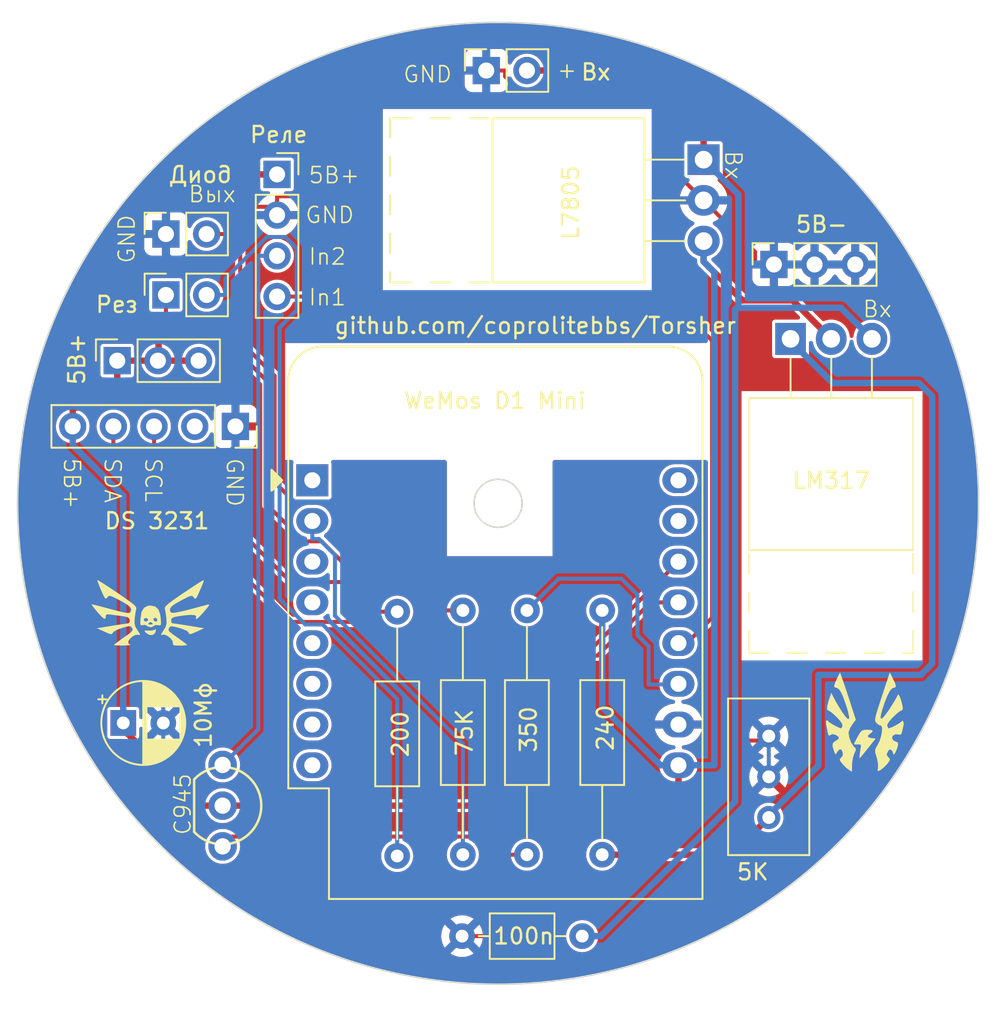
<source format=kicad_pcb>
(kicad_pcb (version 20221018) (generator pcbnew)
  (layers (0 "F.Cu" signal) (31 "B.Cu" signal) (34 "B.Paste" user) (35 "F.Paste" user) (36 "B.SilkS" user "B.Silkscreen") (37 "F.SilkS" user "F.Silkscreen") (38 "B.Mask" user) (39 "F.Mask" user) (44 "Edge.Cuts" user))
  (net 0 "")
  (net 2 "Net-(U1-A0)")
  (net 9 "5V")
  (net 10 "GND")
  (net 11 "D4")
  (net 12 "relay_in1")
  (net 13 "sda")
  (net 14 "scl")
  (net 17 "5Vin")
  (net 18 "sdi")
  (net 19 "relay_in2")
  (net 20 "Net-(J5-Pin_1)")
  (net 21 "Net-(J5-Pin_2)")
  (net 23 "Net-(Q1-Pad1)")
  (net 24 "Net-(U3-ADJ)")
  (footprint "Module:WEMOS_D1_mini_light" (layer "F.Cu") (at 111.1 100.96)
    (fp_text reference "U1" hide)
    (fp_text value "WeMos D1 Mini" (at 11.4 -4.96) (layer "F.SilkS"))
    (pad "1" thru_hole rect (at 0 0) (size 2 2) (drill 1) (layers "*.Cu" "*.Mask"))
    (pad "2" thru_hole oval (at 0 2.54) (size 2 1.6) (drill 1) (layers "*.Cu" "*.Mask") (net 2 "Net-(U1-A0)"))
    (pad "3" thru_hole oval (at 0 5.08) (size 2 1.6) (drill 1) (layers "*.Cu" "*.Mask"))
    (pad "4" thru_hole oval (at 0 7.62) (size 2 1.6) (drill 1) (layers "*.Cu" "*.Mask"))
    (pad "5" thru_hole oval (at 0 10.16) (size 2 1.6) (drill 1) (layers "*.Cu" "*.Mask"))
    (pad "6" thru_hole oval (at 0 12.7) (size 2 1.6) (drill 1) (layers "*.Cu" "*.Mask"))
    (pad "7" thru_hole oval (at 0 15.24) (size 2 1.6) (drill 1) (layers "*.Cu" "*.Mask"))
    (pad "8" thru_hole oval (at 0 17.78) (size 2 1.6) (drill 1) (layers "*.Cu" "*.Mask"))
    (pad "9" thru_hole oval (at 22.86 17.78) (size 2 1.6) (drill 1) (layers "*.Cu" "*.Mask") (net 9 "5V"))
    (pad "10" thru_hole oval (at 22.86 15.24) (size 2 1.6) (drill 1) (layers "*.Cu" "*.Mask") (net 10 "GND"))
    (pad "11" thru_hole oval (at 22.86 12.7) (size 2 1.6) (drill 1) (layers "*.Cu" "*.Mask") (net 11 "D4"))
    (pad "12" thru_hole oval (at 22.86 10.16) (size 2 1.6) (drill 1) (layers "*.Cu" "*.Mask") (net 12 "relay_in1"))
    (pad "13" thru_hole oval (at 22.86 7.62) (size 2 1.6) (drill 1) (layers "*.Cu" "*.Mask") (net 13 "sda"))
    (pad "14" thru_hole oval (at 22.86 5.08) (size 2 1.6) (drill 1) (layers "*.Cu" "*.Mask") (net 14 "scl"))
    (pad "15" thru_hole oval (at 22.86 2.54) (size 2 1.6) (drill 1) (layers "*.Cu" "*.Mask"))
    (pad "16" thru_hole oval (at 22.86 0) (size 2 1.6) (drill 1) (layers "*.Cu" "*.Mask"))
  )
  (footprint "Connector_PinSocket_2.54mm:PinSocket_1x04_P2.54mm_Vertical" (layer "F.Cu") (at 108.9 81.88)
    (fp_text reference "J4" hide)
    (fp_text value "Реле" (at 0.1 -2.48) (layer "F.SilkS"))
    (fp_text user "In1" (at 1.905 8.255 unlocked) (layer "F.SilkS") (effects (font (thickness 0.1)) (justify left bottom)))
    (fp_text user "5B+" (at 1.905 0.635 unlocked) (layer "F.SilkS") (effects (font (thickness 0.1)) (justify left bottom)))
    (fp_text user "GND" (at 1.7 3.12 unlocked) (layer "F.SilkS") (effects (font (thickness 0.1)) (justify left bottom)))
    (fp_text user "In2" (at 1.905 5.715 unlocked) (layer "F.SilkS") (effects (font (thickness 0.1)) (justify left bottom)))
    (pad "1" thru_hole rect (at 0 0) (size 1.7 1.7) (drill 1) (layers "*.Cu" "*.Mask") (net 9 "5V"))
    (pad "2" thru_hole oval (at 0 2.54) (size 1.7 1.7) (drill 1) (layers "*.Cu" "*.Mask") (net 10 "GND"))
    (pad "3" thru_hole oval (at 0 5.08) (size 1.7 1.7) (drill 1) (layers "*.Cu" "*.Mask") (net 19 "relay_in2"))
    (pad "4" thru_hole oval (at 0 7.62) (size 1.7 1.7) (drill 1) (layers "*.Cu" "*.Mask") (net 12 "relay_in1"))
  )
  (footprint "LOGO" (layer "F.Cu") (at 145.6 116.1)
    (fp_text reference "Strogg engineer logo" hide)
    (fp_text value "LOGO" hide)
  )
  (footprint "Package_TO_SOT_THT:TO-220-3_Horizontal_TabUp" (layer "F.Cu") (at 140.96 92.14)
    (fp_text reference "U3" hide)
    (fp_text value "LM317" (at 2.54 8.83) (layer "F.SilkS"))
    (fp_text user "Bx" (at 4.445 -1.27 unlocked) (layer "F.SilkS") (effects (font (thickness 0.1)) (justify left bottom)))
    (pad "" np_thru_hole oval (at 2.54 16.66) (size 3.5 3.5) (drill 3.5) (layers "*.Cu" "*.Mask"))
    (pad "1" thru_hole rect (at 0 0) (size 1.905 2) (drill 1.1) (layers "*.Cu" "*.Mask") (net 24 "Net-(U3-ADJ)"))
    (pad "2" thru_hole oval (at 2.54 0) (size 1.905 2) (drill 1.1) (layers "*.Cu" "*.Mask") (net 9 "5V"))
    (pad "3" thru_hole oval (at 5.08 0) (size 1.905 2) (drill 1.1) (layers "*.Cu" "*.Mask") (net 17 "5Vin"))
  )
  (footprint "Resistor_THT:R_Axial_DIN0207_L6.3mm_D2.5mm_P15.24mm_Horizontal" (layer "F.Cu") (at 124.5 109.08 -90)
    (fp_text reference "R1" hide)
    (fp_text value "350" (at 7.42 -0.1 90) (layer "F.SilkS"))
    (pad "1" thru_hole circle (at 0 0 270) (size 1.6 1.6) (drill 0.8) (layers "*.Cu" "*.Mask") (net 11 "D4"))
    (pad "2" thru_hole oval (at 15.24 0 270) (size 1.6 1.6) (drill 0.8) (layers "*.Cu" "*.Mask") (net 23 "Net-(Q1-Pad1)"))
  )
  (footprint "Resistor_THT:R_Axial_DIN0207_L6.3mm_D2.5mm_P15.24mm_Horizontal" (layer "F.Cu") (at 116.4 124.4 90)
    (fp_text reference "R3" hide)
    (fp_text value "200" (at 7.6 0.2 90) (layer "F.SilkS"))
    (pad "1" thru_hole circle (at 0 0 90) (size 1.6 1.6) (drill 0.8) (layers "*.Cu" "*.Mask") (net 21 "Net-(J5-Pin_2)"))
    (pad "2" thru_hole oval (at 15.24 0 90) (size 1.6 1.6) (drill 0.8) (layers "*.Cu" "*.Mask") (net 20 "Net-(J5-Pin_1)"))
  )
  (footprint "Connector_PinSocket_2.54mm:PinSocket_1x03_P2.54mm_Vertical" (layer "F.Cu") (at 98.92 93.5 90)
    (fp_text reference "J2" hide)
    (fp_text value "5B+" (at 0.1 -2.52 90) (layer "F.SilkS"))
    (pad "1" thru_hole rect (at 0 0 90) (size 1.7 1.7) (drill 1) (layers "*.Cu" "*.Mask") (net 9 "5V"))
    (pad "2" thru_hole oval (at 0 2.54 90) (size 1.7 1.7) (drill 1) (layers "*.Cu" "*.Mask") (net 9 "5V"))
    (pad "3" thru_hole oval (at 0 5.08 90) (size 1.7 1.7) (drill 1) (layers "*.Cu" "*.Mask") (net 9 "5V"))
  )
  (footprint "Potentiometer_THT:Potentiometer_Bourns_3296W_Vertical" (layer "F.Cu") (at 139.6 122 -90)
    (fp_text reference "RV1" hide)
    (fp_text value "5K" (at 3.4 1) (layer "F.SilkS"))
    (pad "1" thru_hole circle (at 0 0 270) (size 1.44 1.44) (drill 0.8) (layers "*.Cu" "*.Mask") (net 24 "Net-(U3-ADJ)"))
    (pad "2" thru_hole circle (at -2.54 0 270) (size 1.44 1.44) (drill 0.8) (layers "*.Cu" "*.Mask") (net 10 "GND"))
    (pad "3" thru_hole circle (at -5.08 0 270) (size 1.44 1.44) (drill 0.8) (layers "*.Cu" "*.Mask") (net 10 "GND"))
  )
  (footprint "Resistor_THT:R_Axial_DIN0207_L6.3mm_D2.5mm_P15.24mm_Horizontal" (layer "F.Cu") (at 120.5 124.32 90)
    (fp_text reference "R2" hide)
    (fp_text value "75K" (at 7.62 0.1 90) (layer "F.SilkS"))
    (pad "1" thru_hole circle (at 0 0 90) (size 1.6 1.6) (drill 0.8) (layers "*.Cu" "*.Mask") (net 2 "Net-(U1-A0)"))
    (pad "2" thru_hole oval (at 15.24 0 90) (size 1.6 1.6) (drill 0.8) (layers "*.Cu" "*.Mask") (net 18 "sdi"))
  )
  (footprint "Capacitor_THT:C_Axial_L3.8mm_D2.6mm_P7.50mm_Horizontal" (layer "F.Cu") (at 120.45 129.4)
    (fp_text reference "C1" hide)
    (fp_text value "100n" (at 3.85 0) (layer "F.SilkS"))
    (pad "1" thru_hole circle (at 0 0) (size 1.6 1.6) (drill 0.8) (layers "*.Cu" "*.Mask") (net 10 "GND"))
    (pad "2" thru_hole oval (at 7.5 0) (size 1.6 1.6) (drill 0.8) (layers "*.Cu" "*.Mask") (net 17 "5Vin"))
  )
  (footprint "Connector_PinSocket_2.54mm:PinSocket_1x05_P2.54mm_Vertical" (layer "F.Cu") (at 106.3 97.6 -90)
    (fp_text reference "J6" hide)
    (fp_text value "DS 3231" (at 5.9 4.9 -180) (layer "F.SilkS"))
    (fp_text user "SCL" (at 1.905 5.715 -90 unlocked) (layer "F.SilkS") (effects (font (thickness 0.1)) (justify left bottom)))
    (fp_text user "5B+" (at 1.905 10.795 -90 unlocked) (layer "F.SilkS") (effects (font (thickness 0.1)) (justify left bottom)))
    (fp_text user "GND" (at 1.905 0.635 -90 unlocked) (layer "F.SilkS") (effects (font (thickness 0.1)) (justify left bottom)))
    (fp_text user "SDA" (at 1.905 8.255 -90 unlocked) (layer "F.SilkS") (effects (font (thickness 0.1)) (justify left bottom)))
    (pad "1" thru_hole rect (at 0 0 270) (size 1.7 1.7) (drill 1) (layers "*.Cu" "*.Mask") (net 10 "GND"))
    (pad "2" thru_hole oval (at 0 2.54 270) (size 1.7 1.7) (drill 1) (layers "*.Cu" "*.Mask"))
    (pad "3" thru_hole oval (at 0 5.08 270) (size 1.7 1.7) (drill 1) (layers "*.Cu" "*.Mask") (net 14 "scl"))
    (pad "4" thru_hole oval (at 0 7.62 270) (size 1.7 1.7) (drill 1) (layers "*.Cu" "*.Mask") (net 13 "sda"))
    (pad "5" thru_hole oval (at 0 10.16 270) (size 1.7 1.7) (drill 1) (layers "*.Cu" "*.Mask") (net 9 "5V"))
  )
  (footprint "Connector_PinSocket_2.54mm:PinSocket_1x02_P2.54mm_Vertical" (layer "F.Cu") (at 101.96 89.4 90)
    (fp_text reference "J5" hide)
    (fp_text value "Рез" (at -0.6 -3.06 180) (layer "F.SilkS"))
    (pad "1" thru_hole rect (at 0 0 90) (size 1.7 1.7) (drill 1) (layers "*.Cu" "*.Mask") (net 20 "Net-(J5-Pin_1)"))
    (pad "2" thru_hole oval (at 0 2.54 90) (size 1.7 1.7) (drill 1) (layers "*.Cu" "*.Mask") (net 21 "Net-(J5-Pin_2)"))
  )
  (footprint "Connector_PinSocket_2.54mm:PinSocket_1x02_P2.54mm_Vertical" (layer "F.Cu") (at 121.96 75.4 90)
    (fp_text reference "J1" hide)
    (fp_text value "Bx" (at -0.1 6.84 180) (layer "F.SilkS"))
    (fp_text user "GND" (at -0.825 -5.25 unlocked) (layer "F.SilkS") (effects (font (thickness 0.1)) (justify left bottom)))
    (fp_text user "+" (at -0.725 5.55 90 unlocked) (layer "F.SilkS") (effects (font (thickness 0.1)) (justify left bottom)))
    (pad "1" thru_hole rect (at 0 0 90) (size 1.7 1.7) (drill 1) (layers "*.Cu" "*.Mask") (net 10 "GND"))
    (pad "2" thru_hole oval (at 0 2.54 90) (size 1.7 1.7) (drill 1) (layers "*.Cu" "*.Mask") (net 17 "5Vin"))
  )
  (footprint "Resistor_THT:R_Axial_DIN0207_L6.3mm_D2.5mm_P15.24mm_Horizontal" (layer "F.Cu") (at 129.2 124.32 90)
    (fp_text reference "R4" hide)
    (fp_text value "240" (at 7.92 0.2 90) (layer "F.SilkS"))
    (pad "1" thru_hole circle (at 0 0 90) (size 1.6 1.6) (drill 0.8) (layers "*.Cu" "*.Mask") (net 24 "Net-(U3-ADJ)"))
    (pad "2" thru_hole oval (at 15.24 0 90) (size 1.6 1.6) (drill 0.8) (layers "*.Cu" "*.Mask") (net 9 "5V"))
  )
  (footprint "to92:TO92" (layer "F.Cu") (at 105.5 121.26 90)
    (fp_text reference "Q1" hide)
    (fp_text value "C945" hide)
    (fp_text user "C945" (at -1.905 -1.905 90 unlocked) (layer "F.SilkS") (effects (font (thickness 0.1)) (justify left bottom)))
    (pad "1" thru_hole circle (at -2.54 0 90) (size 1.778 1.778) (drill 1.016) (layers "*.Cu" "*.Mask") (net 23 "Net-(Q1-Pad1)"))
    (pad "2" thru_hole circle (at 0 0 90) (size 1.778 1.778) (drill 1.016) (layers "*.Cu" "*.Mask") (net 9 "5V"))
    (pad "3" thru_hole circle (at 2.54 0 90) (size 1.778 1.778) (drill 1.016) (layers "*.Cu" "*.Mask") (net 19 "relay_in2"))
  )
  (footprint "Capacitor_THT:CP_Radial_D5.0mm_P2.50mm" (layer "F.Cu") (at 99.2949 116.1)
    (fp_text reference "C2" hide)
    (fp_text value "10Mф" (at 5.0051 -0.5 90) (layer "F.SilkS"))
    (pad "1" thru_hole rect (at 0 0) (size 1.6 1.6) (drill 0.8) (layers "*.Cu" "*.Mask") (net 9 "5V"))
    (pad "2" thru_hole circle (at 2.5 0) (size 1.6 1.6) (drill 0.8) (layers "*.Cu" "*.Mask") (net 10 "GND"))
  )
  (footprint "LOGO" (layer "F.Cu") (at 101 109.2)
    (fp_text reference "Strogg logo" hide)
    (fp_text value "LOGO" hide)
  )
  (footprint "Connector_PinSocket_2.54mm:PinSocket_1x03_P2.54mm_Vertical" (layer "F.Cu") (at 139.92 87.5 90)
    (fp_text reference "J7" hide)
    (fp_text value "5B-" (at 2.5 2.98 180) (layer "F.SilkS"))
    (pad "1" thru_hole rect (at 0 0 90) (size 1.7 1.7) (drill 1) (layers "*.Cu" "*.Mask") (net 10 "GND"))
    (pad "2" thru_hole oval (at 0 2.54 90) (size 1.7 1.7) (drill 1) (layers "*.Cu" "*.Mask") (net 10 "GND"))
    (pad "3" thru_hole oval (at 0 5.08 90) (size 1.7 1.7) (drill 1) (layers "*.Cu" "*.Mask") (net 10 "GND"))
  )
  (footprint "Package_TO_SOT_THT:TO-220-3_Horizontal_TabUp" (layer "F.Cu") (at 135.53 80.96 -90)
    (fp_text reference "U2" hide)
    (fp_text value "L7805" (at 2.68 8.3 90) (layer "F.SilkS"))
    (fp_text user "Bx" (at -0.635 -1.27 -90 unlocked) (layer "F.SilkS") (effects (font (thickness 0.1)) (justify left bottom)))
    (pad "" np_thru_hole oval (at 2.54 16.66 270) (size 3.5 3.5) (drill 3.5) (layers "*.Cu" "*.Mask"))
    (pad "1" thru_hole rect (at 0 0 270) (size 1.905 2) (drill 1.1) (layers "*.Cu" "*.Mask") (net 17 "5Vin"))
    (pad "2" thru_hole oval (at 2.54 0 270) (size 1.905 2) (drill 1.1) (layers "*.Cu" "*.Mask") (net 10 "GND"))
    (pad "3" thru_hole oval (at 5.08 0 270) (size 1.905 2) (drill 1.1) (layers "*.Cu" "*.Mask") (net 9 "5V"))
  )
  (footprint "Connector_PinSocket_2.54mm:PinSocket_1x02_P2.54mm_Vertical" (layer "F.Cu") (at 101.96 85.6 90)
    (fp_text reference "J3" hide)
    (fp_text value "Диод" (at 3.7 2.14 180) (layer "F.SilkS"))
    (fp_text user "Вых" (at 1.9 1.34 unlocked) (layer "F.SilkS") (effects (font (thickness 0.1)) (justify left bottom)))
    (fp_text user "GND" (at -1.9 -1.86 90 unlocked) (layer "F.SilkS") (effects (font (thickness 0.1)) (justify left bottom)))
    (pad "1" thru_hole rect (at 0 0 90) (size 1.7 1.7) (drill 1) (layers "*.Cu" "*.Mask") (net 10 "GND"))
    (pad "2" thru_hole oval (at 0 2.54 90) (size 1.7 1.7) (drill 1) (layers "*.Cu" "*.Mask") (net 18 "sdi"))
  )
  (gr_circle (center 122.7 102.4) (end 152.7 102.4) (stroke (width 0.1)) (fill none) (layer "Edge.Cuts"))
  (gr_circle (center 122.7 102.4) (end 124.2 102.4) (stroke (width 0.1)) (fill none) (layer "Edge.Cuts"))
  (gr_text "github.com/coprolitebbs/Torsher" (at 112.4 91.9) (layer "F.SilkS") (effects (font (size 1 1)) (justify left bottom)))
  (segment (start 112.5148 105.6235) (end 111.5164 104.6251) (width 0.25) (layer "B.Cu") (net 2))
  (segment (start 112.5148 109.4098) (end 112.5148 105.6235) (width 0.25) (layer "B.Cu") (net 2))
  (segment (start 111.5164 104.6251) (end 111.1 104.6251) (width 0.25) (layer "B.Cu") (net 2))
  (segment (start 120.5 117.395) (end 112.5148 109.4098) (width 0.25) (layer "B.Cu") (net 2))
  (segment (start 120.5 124.32) (end 120.5 117.395) (width 0.25) (layer "B.Cu") (net 2))
  (segment (start 111.1 103.5) (end 111.1 104.6251) (width 0.25) (layer "B.Cu") (net 2))
  (segment (start 101.46 93.5) (end 101.5 93.46) (width 0.4) (layer "F.Cu") (net 9))
  (segment (start 100.3 84.2) (end 102.62 81.88) (width 0.4) (layer "F.Cu") (net 9))
  (segment (start 104.06 121.26) (end 105.2387 121.26) (width 0.4) (layer "F.Cu") (net 9))
  (segment (start 99.2949 116.4949) (end 104.06 121.26) (width 0.4) (layer "F.Cu") (net 9))
  (segment (start 98.92 93.5) (end 101.46 93.5) (width 0.4) (layer "F.Cu") (net 9))
  (segment (start 98.92 94.0875) (end 98.92 94.6751) (width 0.4) (layer "F.Cu") (net 9))
  (segment (start 105.5 121.26) (end 132.5651 121.26) (width 0.4) (layer "F.Cu") (net 9))
  (segment (start 97.1702 96.4249) (end 98.92 94.6751) (width 0.4) (layer "F.Cu") (net 9))
  (segment (start 101.5 93.46) (end 101.5 92.4) (width 0.4) (layer "F.Cu") (net 9))
  (segment (start 135.53 86.04) (end 135.53 87.3176) (width 0.4) (layer "F.Cu") (net 9))
  (segment (start 141.0982 89.7382) (end 143.5 92.14) (width 0.4) (layer "F.Cu") (net 9))
  (segment (start 102.62 81.88) (end 108.9 81.88) (width 0.4) (layer "F.Cu") (net 9))
  (segment (start 133.96 118.74) (end 133.96 119.8651) (width 0.4) (layer "F.Cu") (net 9))
  (segment (start 105.2387 121.26) (end 105.5 121.26) (width 0.25) (layer "F.Cu") (net 9))
  (segment (start 137.9506 89.7382) (end 141.0982 89.7382) (width 0.4) (layer "F.Cu") (net 9))
  (segment (start 96.14 97.6) (end 96.14 96.4249) (width 0.4) (layer "F.Cu") (net 9))
  (segment (start 96.14 96.4249) (end 97.1702 96.4249) (width 0.4) (layer "F.Cu") (net 9))
  (segment (start 98.92 93.5) (end 98.92 94.0875) (width 0.25) (layer "F.Cu") (net 9))
  (segment (start 100.3 91.2) (end 100.3 84.2) (width 0.4) (layer "F.Cu") (net 9))
  (segment (start 99.2949 116.1) (end 99.2949 116.4949) (width 0.4) (layer "F.Cu") (net 9))
  (segment (start 135.53 87.3176) (end 137.9506 89.7382) (width 0.4) (layer "F.Cu") (net 9))
  (segment (start 132.5651 121.26) (end 133.96 119.8651) (width 0.4) (layer "F.Cu") (net 9))
  (segment (start 104 93.5) (end 101.46 93.5) (width 0.4) (layer "F.Cu") (net 9))
  (segment (start 101.5 92.4) (end 100.3 91.2) (width 0.4) (layer "F.Cu") (net 9))
  (segment (start 129.2 109.08) (end 129.2 115.1) (width 0.4) (layer "B.Cu") (net 9))
  (segment (start 96.14 97.6) (end 96.14 98.7751) (width 0.4) (layer "B.Cu") (net 9))
  (segment (start 133.96 118.74) (end 136.2 118.74) (width 0.4) (layer "B.Cu") (net 9))
  (segment (start 99.2949 116.1) (end 99.2949 101.93) (width 0.4) (layer "B.Cu") (net 9))
  (segment (start 135.53 87.3176) (end 135.53 86.04) (width 0.4) (layer "B.Cu") (net 9))
  (segment (start 132.84 118.74) (end 133.96 118.74) (width 0.4) (layer "B.Cu") (net 9))
  (segment (start 129.2 115.1) (end 132.84 118.74) (width 0.4) (layer "B.Cu") (net 9))
  (segment (start 136.2 87.9876) (end 135.53 87.3176) (width 0.4) (layer "B.Cu") (net 9))
  (segment (start 99.2949 101.93) (end 96.14 98.7751) (width 0.4) (layer "B.Cu") (net 9))
  (segment (start 136.2 118.74) (end 136.2 87.9876) (width 0.4) (layer "B.Cu") (net 9))
  (segment (start 108.9 84.42) (end 108.9 83.2449) (width 0.25) (layer "F.Cu") (net 10))
  (segment (start 128.8338 122.3662) (end 135.8338 122.3662) (width 0.25) (layer "F.Cu") (net 10))
  (segment (start 132.425 80.395) (end 135.53 83.5) (width 0.25) (layer "F.Cu") (net 10))
  (segment (start 110.2648 82.5316) (end 110.2648 82.7934) (width 0.25) (layer "F.Cu") (net 10))
  (segment (start 123.1351 75.7673) (end 124.9678 77.6) (width 0.25) (layer "F.Cu") (net 10))
  (segment (start 138.7449 86.7149) (end 135.53 83.5) (width 0.25) (layer "F.Cu") (net 10))
  (segment (start 135.2851 116.2) (end 133.96 116.2) (width 0.25) (layer "F.Cu") (net 10))
  (segment (start 132.425 77.6129) (end 132.425 80.395) (width 0.25) (layer "F.Cu") (net 10))
  (segment (start 136.2851 117.2) (end 135.2851 116.2) (width 0.25) (layer "F.Cu") (net 10))
  (segment (start 117.3964 75.4) (end 110.2648 82.5316) (width 0.25) (layer "F.Cu") (net 10))
  (segment (start 139.32 117.2) (end 136.2851 117.2) (width 0.25) (layer "F.Cu") (net 10))
  (segment (start 136.2851 121.9149) (end 136.2851 117.2) (width 0.25) (layer "F.Cu") (net 10))
  (segment (start 109.8133 83.2449) (end 108.9 83.2449) (width 0.25) (layer "F.Cu") (net 10))
  (segment (start 142.46 87.5) (end 139.92 87.5) (width 0.25) (layer "F.Cu") (net 10))
  (segment (start 135.8338 122.3662) (end 136.2851 121.9149) (width 0.25) (layer "F.Cu") (net 10))
  (segment (start 120.45 129.4) (end 121.8 129.4) (width 0.25) (layer "F.Cu") (net 10))
  (segment (start 124.9678 77.6) (end 132.4121 77.6) (width 0.25) (layer "F.Cu") (net 10))
  (segment (start 121.96 75.4) (end 123.1351 75.4) (width 0.25) (layer "F.Cu") (net 10))
  (segment (start 123.1351 75.4) (end 123.1351 75.7673) (width 0.25) (layer "F.Cu") (net 10))
  (segment (start 101.96 85.6) (end 101.96 84.34) (width 0.25) (layer "F.Cu") (net 10))
  (segment (start 108.38 83.9) (end 108.9 84.42) (width 0.25) (layer "F.Cu") (net 10))
  (segment (start 101.96 84.34) (end 102.4 83.9) (width 0.25) (layer "F.Cu") (net 10))
  (segment (start 132.4121 77.6) (end 132.425 77.6129) (width 0.25) (layer "F.Cu") (net 10))
  (segment (start 138.7449 87.5) (end 138.7449 86.7149) (width 0.25) (layer "F.Cu") (net 10))
  (segment (start 145 87.5) (end 142.46 87.5) (width 0.25) (layer "F.Cu") (net 10))
  (segment (start 102.4 83.9) (end 108.38 83.9) (width 0.25) (layer "F.Cu") (net 10))
  (segment (start 139.6 116.92) (end 139.32 117.2) (width 0.25) (layer "F.Cu") (net 10))
  (segment (start 110.2648 82.7934) (end 109.8133 83.2449) (width 0.25) (layer "F.Cu") (net 10))
  (segment (start 121.96 75.4) (end 117.3964 75.4) (width 0.25) (layer "F.Cu") (net 10))
  (segment (start 121.8 129.4) (end 128.8338 122.3662) (width 0.25) (layer "F.Cu") (net 10))
  (segment (start 139.92 87.5) (end 138.7449 87.5) (width 0.25) (layer "F.Cu") (net 10))
  (segment (start 101.7949 103.2802) (end 101.7949 116.1) (width 0.25) (layer "B.Cu") (net 10))
  (segment (start 106.3 97.6) (end 106.3 94.0627) (width 0.25) (layer "B.Cu") (net 10))
  (segment (start 101.7949 116.1) (end 101.7949 119.8949) (width 0.25) (layer "B.Cu") (net 10))
  (segment (start 109.899402 127.299402) (end 110.027482 127.427482) (width 0.25) (layer "B.Cu") (net 10))
  (segment (start 110.027482 128.287048) (end 110.240434 128.5) (width 0.25) (layer "B.Cu") (net 10))
  (segment (start 106.3 98.7751) (end 101.7949 103.2802) (width 0.25) (layer "B.Cu") (net 10))
  (segment (start 110.027482 127.427482) (end 110.027482 128.287048) (width 0.25) (layer "B.Cu") (net 10))
  (segment (start 103.1351 87.9502) (end 101.96 86.7751) (width 0.25) (layer "B.Cu") (net 10))
  (segment (start 101.96 85.6) (end 101.96 86.7751) (width 0.25) (layer "B.Cu") (net 10))
  (segment (start 107.282546 127.299402) (end 109.899402 127.299402) (width 0.25) (layer "B.Cu") (net 10))
  (segment (start 102.6 120.7) (end 102.6 122.616856) (width 0.25) (layer "B.Cu") (net 10))
  (segment (start 110.240434 128.5) (end 119.55 128.5) (width 0.25) (layer "B.Cu") (net 10))
  (segment (start 106.3 94.0627) (end 103.1351 90.8978) (width 0.25) (layer "B.Cu") (net 10))
  (segment (start 139.6 116.92) (end 139.6 119.46) (width 0.25) (layer "B.Cu") (net 10))
  (segment (start 119.55 128.5) (end 120.45 129.4) (width 0.25) (layer "B.Cu") (net 10))
  (segment (start 103.1351 90.8978) (end 103.1351 87.9502) (width 0.25) (layer "B.Cu") (net 10))
  (segment (start 102.6 122.616856) (end 107.282546 127.299402) (width 0.25) (layer "B.Cu") (net 10))
  (segment (start 106.3 97.6) (end 106.3 98.7751) (width 0.25) (layer "B.Cu") (net 10))
  (segment (start 101.7949 119.8949) (end 102.6 120.7) (width 0.25) (layer "B.Cu") (net 10))
  (segment (start 124.5 109.08) (end 126.48 107.1) (width 0.25) (layer "B.Cu") (net 11))
  (segment (start 130.4 107.1) (end 131.4 108.1) (width 0.25) (layer "B.Cu") (net 11))
  (segment (start 126.48 107.1) (end 130.4 107.1) (width 0.25) (layer "B.Cu") (net 11))
  (segment (start 132.1 111.320991) (end 132.1 113.7) (width 0.25) (layer "B.Cu") (net 11))
  (segment (start 132.1 113.7) (end 133.92 113.7) (width 0.25) (layer "B.Cu") (net 11))
  (segment (start 133.92 113.7) (end 133.96 113.66) (width 0.25) (layer "B.Cu") (net 11))
  (segment (start 131.4 108.1) (end 131.4 110.620991) (width 0.25) (layer "B.Cu") (net 11))
  (segment (start 131.4 110.620991) (end 132.1 111.320991) (width 0.25) (layer "B.Cu") (net 11))
  (segment (start 133.312 89.5) (end 136.0612 92.2492) (width 0.25) (layer "F.Cu") (net 12))
  (segment (start 108.9 89.5) (end 133.312 89.5) (width 0.25) (layer "F.Cu") (net 12))
  (segment (start 134.48 111.12) (end 133.96 111.12) (width 0.25) (layer "F.Cu") (net 12))
  (segment (start 136.0612 92.2492) (end 136.0612 109.5388) (width 0.25) (layer "F.Cu") (net 12))
  (segment (start 136.0612 109.5388) (end 134.48 111.12) (width 0.25) (layer "F.Cu") (net 12))
  (segment (start 116.742108 111.9) (end 114.642108 109.8) (width 0.25) (layer "F.Cu") (net 13))
  (segment (start 133.96 108.58) (end 132.22 108.58) (width 0.25) (layer "F.Cu") (net 13))
  (segment (start 132.22 108.58) (end 128.9 111.9) (width 0.25) (layer "F.Cu") (net 13))
  (segment (start 98.68 98.7751) (end 98.68 97.6) (width 0.25) (layer "F.Cu") (net 13))
  (segment (start 109.7049 109.8) (end 98.68 98.7751) (width 0.25) (layer "F.Cu") (net 13))
  (segment (start 128.9 111.9) (end 116.742108 111.9) (width 0.25) (layer "F.Cu") (net 13))
  (segment (start 114.642108 109.8) (end 109.7049 109.8) (width 0.25) (layer "F.Cu") (net 13))
  (segment (start 116.778504 111.3) (end 114.8249 109.346396) (width 0.25) (layer "F.Cu") (net 14))
  (segment (start 114.8249 108.7249) (end 113.41 107.31) (width 0.25) (layer "F.Cu") (net 14))
  (segment (start 109.7549 107.31) (end 101.22 98.7751) (width 0.25) (layer "F.Cu") (net 14))
  (segment (start 133.96 106.04) (end 128.7 111.3) (width 0.25) (layer "F.Cu") (net 14))
  (segment (start 113.41 107.31) (end 109.7549 107.31) (width 0.25) (layer "F.Cu") (net 14))
  (segment (start 114.8249 109.346396) (end 114.8249 108.7249) (width 0.25) (layer "F.Cu") (net 14))
  (segment (start 101.22 98.7751) (end 101.22 97.6) (width 0.25) (layer "F.Cu") (net 14))
  (segment (start 128.7 111.3) (end 116.778504 111.3) (width 0.25) (layer "F.Cu") (net 14))
  (segment (start 124.5 75.4) (end 131.2476 75.4) (width 0.4) (layer "F.Cu") (net 17))
  (segment (start 135.53 80.96) (end 135.53 79.6824) (width 0.4) (layer "F.Cu") (net 17))
  (segment (start 131.2476 75.4) (end 135.53 79.6824) (width 0.4) (layer "F.Cu") (net 17))
  (segment (start 144.1 90.2) (end 146.04 92.14) (width 0.4) (layer "B.Cu") (net 17))
  (segment (start 137.5 90.3) (end 137.7 90.1) (width 0.4) (layer "B.Cu") (net 17))
  (segment (start 137.7 90.1) (end 137.7 83.13) (width 0.4) (layer "B.Cu") (net 17))
  (segment (start 129.1 129.4) (end 137.5 121) (width 0.4) (layer "B.Cu") (net 17))
  (segment (start 137.7 90.1) (end 137.8 90.2) (width 0.4) (layer "B.Cu") (net 17))
  (segment (start 137.5 121) (end 137.5 90.3) (width 0.4) (layer "B.Cu") (net 17))
  (segment (start 137.8 90.2) (end 144.1 90.2) (width 0.4) (layer "B.Cu") (net 17))
  (segment (start 127.95 129.4) (end 129.1 129.4) (width 0.4) (layer "B.Cu") (net 17))
  (segment (start 137.7 83.13) (end 135.53 80.96) (width 0.4) (layer "B.Cu") (net 17))
  (segment (start 106.6 85.6) (end 106.6 92.3) (width 0.25) (layer "F.Cu") (net 18))
  (segment (start 106.6 92.3) (end 108.7506 94.4506) (width 0.25) (layer "F.Cu") (net 18))
  (segment (start 119.3749 109.08) (end 120.5 109.08) (width 0.25) (layer "F.Cu") (net 18))
  (segment (start 108.7506 94.4506) (end 108.7506 101.0868) (width 0.25) (layer "F.Cu") (net 18))
  (segment (start 104.5 85.6) (end 106.6 85.6) (width 0.25) (layer "F.Cu") (net 18))
  (segment (start 108.7506 101.0868) (end 109.949 102.2852) (width 0.25) (layer "F.Cu") (net 18))
  (segment (start 109.949 102.2852) (end 112.5801 102.2852) (width 0.25) (layer "F.Cu") (net 18))
  (segment (start 112.5801 102.2852) (end 119.3749 109.08) (width 0.25) (layer "F.Cu") (net 18))
  (segment (start 105.5 118.72) (end 107.7249 116.4951) (width 0.25) (layer "B.Cu") (net 19))
  (segment (start 108.9 86.96) (end 107.7249 86.96) (width 0.25) (layer "B.Cu") (net 19))
  (segment (start 107.7249 116.4951) (end 107.7249 86.96) (width 0.25) (layer "B.Cu") (net 19))
  (segment (start 105.5 92) (end 108.3006 94.8006) (width 0.25) (layer "F.Cu") (net 20))
  (segment (start 111.6806 104.77) (end 115.2749 108.3643) (width 0.25) (layer "F.Cu") (net 20))
  (segment (start 108.3006 94.8006) (end 108.3006 102.5167) (width 0.25) (layer "F.Cu") (net 20))
  (segment (start 101.96 89.4) (end 101.96 92) (width 0.25) (layer "F.Cu") (net 20))
  (segment (start 110.5539 104.77) (end 111.6806 104.77) (width 0.25) (layer "F.Cu") (net 20))
  (segment (start 101.96 92) (end 105.5 92) (width 0.25) (layer "F.Cu") (net 20))
  (segment (start 108.3006 102.5167) (end 110.5539 104.77) (width 0.25) (layer "F.Cu") (net 20))
  (segment (start 115.2749 108.3643) (end 115.2749 109.16) (width 0.25) (layer "F.Cu") (net 20))
  (segment (start 115.2749 109.16) (end 116.4 109.16) (width 0.25) (layer "F.Cu") (net 20))
  (segment (start 108.2635 85.7834) (end 109.4214 85.7834) (width 0.25) (layer "B.Cu") (net 21))
  (segment (start 110.1278 86.4898) (end 110.1278 90.3504) (width 0.25) (layer "B.Cu") (net 21))
  (segment (start 110.1278 90.3504) (end 109.0587 91.4195) (width 0.25) (layer "B.Cu") (net 21))
  (segment (start 105.6751 89.4) (end 105.6751 88.3718) (width 0.25) (layer "B.Cu") (net 21))
  (segment (start 105.6751 88.3718) (end 108.2635 85.7834) (width 0.25) (layer "B.Cu") (net 21))
  (segment (start 109.4214 85.7834) (end 110.1278 86.4898) (width 0.25) (layer "B.Cu") (net 21))
  (segment (start 109.0587 108.3557) (end 110.6595 109.9565) (width 0.25) (layer "B.Cu") (net 21))
  (segment (start 116.4 114.6138) (end 116.4 124.4) (width 0.25) (layer "B.Cu") (net 21))
  (segment (start 111.7427 109.9565) (end 116.4 114.6138) (width 0.25) (layer "B.Cu") (net 21))
  (segment (start 104.5 89.4) (end 105.6751 89.4) (width 0.25) (layer "B.Cu") (net 21))
  (segment (start 109.0587 91.4195) (end 109.0587 108.3557) (width 0.25) (layer "B.Cu") (net 21))
  (segment (start 110.6595 109.9565) (end 111.7427 109.9565) (width 0.25) (layer "B.Cu") (net 21))
  (segment (start 105.5 123.8) (end 106.1097 123.1903) (width 0.25) (layer "F.Cu") (net 23))
  (segment (start 122.2452 123.1903) (end 123.3749 124.32) (width 0.25) (layer "F.Cu") (net 23))
  (segment (start 124.5 124.32) (end 123.3749 124.32) (width 0.25) (layer "F.Cu") (net 23))
  (segment (start 106.1097 123.1903) (end 122.2452 123.1903) (width 0.25) (layer "F.Cu") (net 23))
  (segment (start 139.6 122) (end 137.28 124.32) (width 0.4) (layer "F.Cu") (net 24))
  (segment (start 137.28 124.32) (end 129.2 124.32) (width 0.4) (layer "F.Cu") (net 24))
  (segment (start 142.7 113.1) (end 149.1 113.1) (width 0.4) (layer "B.Cu") (net 24))
  (segment (start 149.1 113.1) (end 149.8 112.4) (width 0.4) (layer "B.Cu") (net 24))
  (segment (start 149.8 95.717156) (end 148.982844 94.9) (width 0.4) (layer "B.Cu") (net 24))
  (segment (start 139.4635 121.9888) (end 142.7 118.7523) (width 0.4) (layer "B.Cu") (net 24))
  (segment (start 148.982844 94.9) (end 143.5947 94.9) (width 0.4) (layer "B.Cu") (net 24))
  (segment (start 149.8 112.4) (end 149.8 95.717156) (width 0.4) (layer "B.Cu") (net 24))
  (segment (start 142.7 118.7523) (end 142.7 113.1) (width 0.4) (layer "B.Cu") (net 24))
  (segment (start 143.5947 94.9) (end 140.8235 92.1288) (width 0.4) (layer "B.Cu") (net 24))
  (zone (net 0) (net_name "") (layers "F&B.Cu") (connect_pads (clearance 0)) (min_thickness 0.25)
    (keepout (tracks not_allowed) (vias not_allowed) (pads not_allowed) (copperpour not_allowed) (footprints allowed))
    (fill (thermal_gap 0.5) (thermal_bridge_width 0.5))
    (polygon (pts (xy 109.4 92.4) (xy 135.7 92.4) (xy 135.7 99.7) (xy 109.4 99.7)))
  )
  (zone (net 10) (net_name "GND") (layers "F&B.Cu") (connect_pads (clearance 0)) (min_thickness 0.25) (fill yes (thermal_gap 0.5) (thermal_bridge_width 0.5))
    (polygon (pts (xy 122.6 71) (xy 144.2 76.2) (xy 152.4 92) (xy 154.3 110) (xy 143.9 126) (xy 125.3 134.9) (xy 100.1 127.6) (xy 91.6 106.8) (xy 94 86.3) (xy 109.4 73.8)))
  )
  (zone (net 0) (net_name "") (layers "F&B.Cu" "Edge.Cuts") (connect_pads (clearance 0)) (min_thickness 0.25)
    (keepout (tracks not_allowed) (vias not_allowed) (pads allowed) (copperpour not_allowed) (footprints allowed))
    (fill (thermal_gap 0.5) (thermal_bridge_width 0.5))
    (polygon (pts (xy 132.3 77.8) (xy 115.5 77.8) (xy 115.5 89.1) (xy 132.3 89.1)))
  )
  (zone (net 0) (net_name "") (layers "F&B.Cu" "Edge.Cuts") (connect_pads (clearance 0)) (min_thickness 0.25)
    (keepout (tracks not_allowed) (vias not_allowed) (pads not_allowed) (copperpour not_allowed) (footprints allowed))
    (fill (thermal_gap 0.5) (thermal_bridge_width 0.5))
    (polygon (pts (xy 119.5 105.7) (xy 126.1 105.7) (xy 126.1 99.5) (xy 119.5 99.5)))
  )
  (zone (net 0) (net_name "") (layers "F&B.Cu" "Edge.Cuts") (connect_pads (clearance 0)) (min_thickness 0.25)
    (keepout (tracks not_allowed) (vias not_allowed) (pads allowed) (copperpour not_allowed) (footprints allowed))
    (fill (thermal_gap 0.5) (thermal_bridge_width 0.5))
    (polygon (pts (xy 149.2 112.2) (xy 149.2 95.4) (xy 137.9 95.4) (xy 137.9 112.2)))
  )
)
</source>
